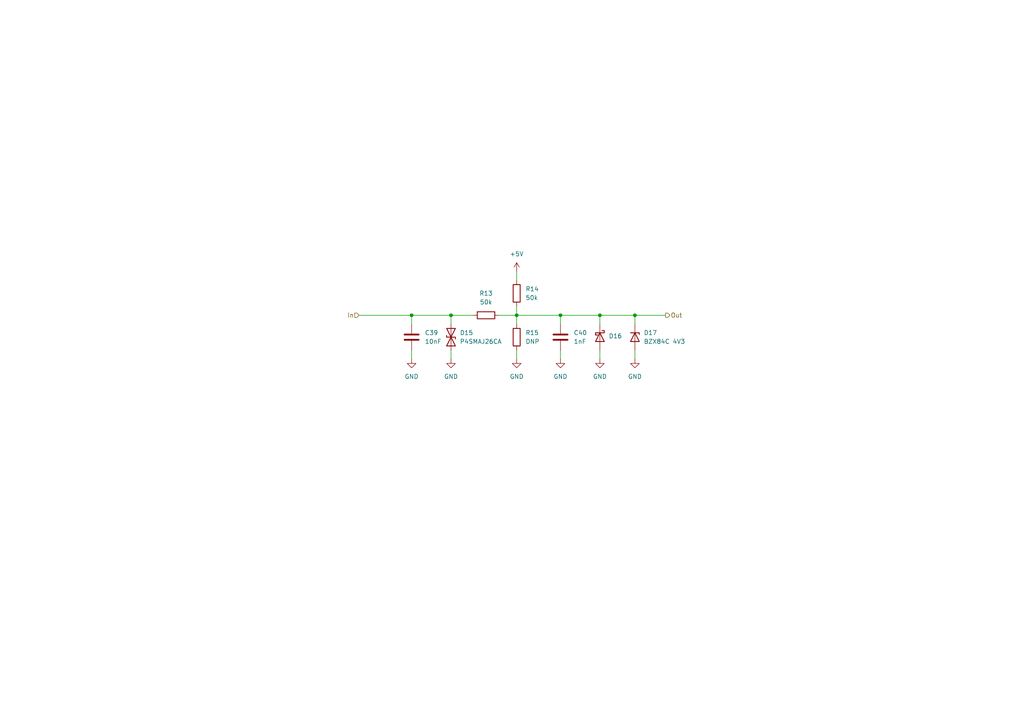
<source format=kicad_sch>
(kicad_sch (version 20211123) (generator eeschema)
  (paper "A4")
  (lib_symbols
    (symbol "Device:C" (pin_numbers hide) (pin_names (offset 0.254))
      (property "Reference" "C" (at 0.635 2.54 0))
      (property "Value" "C" (at 0.635 -2.54 0))
      (symbol "C_0_1"
        (polyline (pts (xy -2.032 -0.762) (xy 2.032 -0.762)) (stroke (width 0.508)))
        (polyline (pts (xy -2.032 0.762) (xy 2.032 0.762)) (stroke (width 0.508)))
      )
      (symbol "C_1_1"
        (pin passive line (at 0 3.81 270) (length 2.794) (name "~") (number "1"))
        (pin passive line (at 0 -3.81 90) (length 2.794) (name "~") (number "2"))
      )
    )
    (symbol "Device:D_Schottky" (pin_numbers hide) (pin_names (offset 1.016) hide)
      (property "Reference" "D" (at 0 2.54 0))
      (property "Value" "D_Schottky" (at 0 -2.54 0))
      (symbol "D_Schottky_0_1"
        (polyline (pts (xy 1.27 0) (xy -1.27 0)))
        (polyline (pts (xy 1.27 1.27) (xy 1.27 -1.27) (xy -1.27 0) (xy 1.27 1.27)) (stroke (width 0.254)))
        (polyline (pts (xy -1.905 0.635) (xy -1.905 1.27) (xy -1.27 1.27) (xy -1.27 -1.27) (xy -0.635 -1.27) (xy -0.635 -0.635)) (stroke (width 0.254)))
      )
      (symbol "D_Schottky_1_1"
        (pin passive line (at -3.81 0 0) (length 2.54) (name "K") (number "1"))
        (pin passive line (at 3.81 0 180) (length 2.54) (name "A") (number "2"))
      )
    )
    (symbol "Device:D_TVS" (pin_numbers hide) (pin_names (offset 1.016) hide)
      (property "Reference" "D" (at 0 2.54 0))
      (property "Value" "D_TVS" (at 0 -2.54 0))
      (symbol "D_TVS_0_1"
        (polyline (pts (xy 1.27 0) (xy -1.27 0)))
        (polyline (pts (xy 0.508 1.27) (xy 0 1.27) (xy 0 -1.27) (xy -0.508 -1.27)) (stroke (width 0.254)))
        (polyline (pts (xy -2.54 1.27) (xy -2.54 -1.27) (xy 2.54 1.27) (xy 2.54 -1.27) (xy -2.54 1.27)) (stroke (width 0.254)))
      )
      (symbol "D_TVS_1_1"
        (pin passive line (at -3.81 0 0) (length 2.54) (name "A1") (number "1"))
        (pin passive line (at 3.81 0 180) (length 2.54) (name "A2") (number "2"))
      )
    )
    (symbol "Device:D_Zener" (pin_numbers hide) (pin_names (offset 1.016) hide)
      (property "Reference" "D" (at 0 2.54 0))
      (property "Value" "D_Zener" (at 0 -2.54 0))
      (symbol "D_Zener_0_1"
        (polyline (pts (xy 1.27 0) (xy -1.27 0)))
        (polyline (pts (xy -1.27 -1.27) (xy -1.27 1.27) (xy -0.762 1.27)) (stroke (width 0.254)))
        (polyline (pts (xy 1.27 -1.27) (xy 1.27 1.27) (xy -1.27 0) (xy 1.27 -1.27)) (stroke (width 0.254)))
      )
      (symbol "D_Zener_1_1"
        (pin passive line (at -3.81 0 0) (length 2.54) (name "K") (number "1"))
        (pin passive line (at 3.81 0 180) (length 2.54) (name "A") (number "2"))
      )
    )
    (symbol "Device:R" (pin_numbers hide) (pin_names (offset 0))
      (property "Reference" "R" (at 2.032 0 90))
      (property "Value" "R" (at 0 0 90))
      (symbol "R_0_1"
        (rectangle (start -1.016 -2.54) (end 1.016 2.54) (stroke (width 0.254)))
      )
      (symbol "R_1_1"
        (pin passive line (at 0 3.81 270) (length 1.27) (name "~") (number "1"))
        (pin passive line (at 0 -3.81 90) (length 1.27) (name "~") (number "2"))
      )
    )
    (symbol "power:+5V" (power) (pin_names (offset 0))
      (property "Value" "+5V" (at 0 3.556 0))
      (symbol "+5V_0_1"
        (polyline (pts (xy -0.762 1.27) (xy 0 2.54)))
        (polyline (pts (xy 0 0) (xy 0 2.54)))
        (polyline (pts (xy 0 2.54) (xy 0.762 1.27)))
      )
      (symbol "+5V_1_1"
        (pin power_in line (at 0 0 90) (length 0) hide (name "+5V") (number "1"))
      )
    )
    (symbol "power:GND" (power) (pin_names (offset 0))
      (property "Value" "GND" (at 0 -3.81 0))
      (symbol "GND_0_1"
        (polyline (pts (xy 0 0) (xy 0 -1.27) (xy 1.27 -1.27) (xy 0 -2.54) (xy -1.27 -1.27) (xy 0 -1.27)))
      )
      (symbol "GND_1_1"
        (pin power_in line (at 0 0 270) (length 0) hide (name "GND") (number "1"))
      )
    )
  )
  (junction (at 130.81 91.44))
  (junction (at 184.15 91.44))
  (junction (at 149.86 91.44))
  (junction (at 119.38 91.44))
  (junction (at 162.56 91.44))
  (junction (at 173.99 91.44))
  (wire (pts (xy 119.38 91.44) (xy 130.81 91.44)))
  (wire (pts (xy 149.86 91.44) (xy 162.56 91.44)))
  (wire (pts (xy 104.14 91.44) (xy 119.38 91.44)))
  (wire (pts (xy 149.86 78.74) (xy 149.86 81.28)))
  (wire (pts (xy 130.81 91.44) (xy 130.81 93.98)))
  (wire (pts (xy 162.56 101.6) (xy 162.56 104.14)))
  (wire (pts (xy 119.38 91.44) (xy 119.38 93.98)))
  (wire (pts (xy 173.99 91.44) (xy 173.99 93.98)))
  (wire (pts (xy 162.56 91.44) (xy 173.99 91.44)))
  (wire (pts (xy 130.81 91.44) (xy 137.16 91.44)))
  (wire (pts (xy 184.15 91.44) (xy 193.04 91.44)))
  (wire (pts (xy 173.99 101.6) (xy 173.99 104.14)))
  (wire (pts (xy 130.81 101.6) (xy 130.81 104.14)))
  (wire (pts (xy 144.78 91.44) (xy 149.86 91.44)))
  (wire (pts (xy 119.38 101.6) (xy 119.38 104.14)))
  (wire (pts (xy 149.86 101.6) (xy 149.86 104.14)))
  (wire (pts (xy 184.15 101.6) (xy 184.15 104.14)))
  (wire (pts (xy 149.86 91.44) (xy 149.86 93.98)))
  (wire (pts (xy 162.56 91.44) (xy 162.56 93.98)))
  (wire (pts (xy 173.99 91.44) (xy 184.15 91.44)))
  (wire (pts (xy 149.86 88.9) (xy 149.86 91.44)))
  (wire (pts (xy 184.15 91.44) (xy 184.15 93.98)))
  (hierarchical_label "In" (shape input) (at 104.14 91.44 180))
  (hierarchical_label "Out" (shape output) (at 193.04 91.44 0))
  (symbol (lib_id "Device:C") (at 119.38 97.79 0)
    (property "Reference" "C39" (at 123.19 96.5199 0) (effects (justify left)))
    (property "Value" "10nF" (at 123.19 99.0599 0) (effects (justify left)))
    (property "Footprint" "Capacitor_SMD:C_0603_1608Metric" (effects hide))
  )
  (symbol (lib_id "Device:D_Schottky") (at 173.99 97.79 270)
    (property "Reference" "D16" (at 176.53 97.4724 90) (effects (justify left)))
    (property "Value" "PMEG4010BEA" (effects hide))
    (property "Footprint" "Diode_SMD:D_SOD-323F" (effects hide))
  )
  (symbol (lib_id "power:GND") (at 162.56 104.14 0)
    (property "Reference" "#PWR076" (effects hide))
    (property "Value" "GND" (at 162.56 109.22 0))
  )
  (symbol (lib_id "power:GND") (at 130.81 104.14 0)
    (property "Reference" "#PWR073" (effects hide))
    (property "Value" "GND" (at 130.81 109.22 0))
  )
  (symbol (lib_id "power:+5V") (at 149.86 78.74 0)
    (property "Reference" "#PWR074" (effects hide))
    (property "Value" "+5V" (at 149.86 73.66 0))
  )
  (symbol (lib_id "Device:R") (at 149.86 85.09 0)
    (property "Reference" "R14" (at 152.4 83.8199 0) (effects (justify left)))
    (property "Value" "50k" (at 152.4 86.3599 0) (effects (justify left)))
    (property "Footprint" "Resistor_SMD:R_1206_3216Metric_Pad1.30x1.75mm_HandSolder" (effects hide))
  )
  (symbol (lib_id "power:GND") (at 119.38 104.14 0)
    (property "Reference" "#PWR072" (effects hide))
    (property "Value" "GND" (at 119.38 109.22 0))
  )
  (symbol (lib_id "Device:C") (at 162.56 97.79 0)
    (property "Reference" "C40" (at 166.37 96.5199 0) (effects (justify left)))
    (property "Value" "1nF" (at 166.37 99.0599 0) (effects (justify left)))
    (property "Footprint" "Capacitor_SMD:C_0603_1608Metric" (effects hide))
  )
  (symbol (lib_id "Device:R") (at 149.86 97.79 0)
    (property "Reference" "R15" (at 152.4 96.5199 0) (effects (justify left)))
    (property "Value" "DNP" (at 152.4 99.0599 0) (effects (justify left)))
    (property "Footprint" "Resistor_SMD:R_1206_3216Metric_Pad1.30x1.75mm_HandSolder" (effects hide))
  )
  (symbol (lib_id "Device:D_TVS") (at 130.81 97.79 90)
    (property "Reference" "D15" (at 133.35 96.5199 90) (effects (justify right)))
    (property "Value" "P4SMAJ26CA" (at 133.35 99.0599 90) (effects (justify right)))
    (property "Footprint" "Diode_SMD:D_SMA" (effects hide))
  )
  (symbol (lib_id "power:GND") (at 149.86 104.14 0)
    (property "Reference" "#PWR075" (effects hide))
    (property "Value" "GND" (at 149.86 109.22 0))
  )
  (symbol (lib_id "power:GND") (at 184.15 104.14 0)
    (property "Reference" "#PWR078" (effects hide))
    (property "Value" "GND" (at 184.15 109.22 0))
  )
  (symbol (lib_id "power:GND") (at 173.99 104.14 0)
    (property "Reference" "#PWR077" (effects hide))
    (property "Value" "GND" (at 173.99 109.22 0))
  )
  (symbol (lib_id "Device:R") (at 140.97 91.44 270)
    (property "Reference" "R13" (at 140.97 85.09 90))
    (property "Value" "50k" (at 140.97 87.63 90))
    (property "Footprint" "Resistor_SMD:R_1206_3216Metric_Pad1.30x1.75mm_HandSolder" (effects hide))
  )
  (symbol (lib_id "Device:D_Zener") (at 184.15 97.79 270)
    (property "Reference" "D17" (at 186.69 96.5199 90) (effects (justify left)))
    (property "Value" "BZX84C 4V3" (at 186.69 99.0599 90) (effects (justify left)))
    (property "Footprint" "Diode_SMD:D_SOT-23_ANK" (effects hide))
  )
)
</source>
